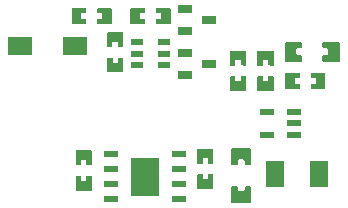
<source format=gbp>
G04*
G04 #@! TF.GenerationSoftware,Altium Limited,Altium Designer,24.1.2 (44)*
G04*
G04 Layer_Color=128*
%FSTAX24Y24*%
%MOIN*%
G70*
G04*
G04 #@! TF.SameCoordinates,D42F5CEB-65A2-4495-9315-5EDE3D0C892D*
G04*
G04*
G04 #@! TF.FilePolarity,Positive*
G04*
G01*
G75*
%ADD68R,0.0806X0.0638*%
%ADD69R,0.0456X0.0193*%
%ADD70R,0.0463X0.0193*%
%ADD71R,0.0591X0.0906*%
%ADD72R,0.0492X0.0276*%
%ADD73R,0.0422X0.0209*%
%ADD74R,0.0472X0.0236*%
%ADD75R,0.0945X0.1299*%
G36*
X003258Y002165D02*
X003762D01*
X003782Y002185D01*
Y002637D01*
X003762Y002657D01*
X003601Y002659D01*
Y002482D01*
X003423D01*
Y002655D01*
X003258Y002657D01*
X003238Y002637D01*
Y002185D01*
X003258Y002165D01*
D02*
G37*
G36*
X003762Y003508D02*
X003258D01*
X003238Y003488D01*
Y003035D01*
X003258Y003015D01*
X003419Y003013D01*
Y003191D01*
X003597D01*
Y003017D01*
X003762Y003015D01*
X003782Y003035D01*
Y003488D01*
X003762Y003508D01*
D02*
G37*
G36*
X007308Y002217D02*
X007812D01*
X007832Y002237D01*
Y002689D01*
X007812Y002709D01*
X007651Y002711D01*
Y002534D01*
X007473D01*
Y002707D01*
X007308Y002709D01*
X007288Y002689D01*
Y002237D01*
X007308Y002217D01*
D02*
G37*
G36*
Y003063D02*
X007473Y003063D01*
Y003239D01*
X007651D01*
Y003065D01*
X007812Y003063D01*
X007832Y003083D01*
Y003536D01*
X007812Y003556D01*
X007308D01*
X007288Y003536D01*
Y003083D01*
X007308Y003063D01*
D02*
G37*
G36*
X004308Y006105D02*
X004812D01*
X004832Y006125D01*
Y006577D01*
X004812Y006597D01*
X004651Y006599D01*
Y006422D01*
X004473D01*
Y006595D01*
X004308Y006597D01*
X004288Y006577D01*
Y006125D01*
X004308Y006105D01*
D02*
G37*
G36*
X003599Y007728D02*
X003599Y007893D01*
X003424D01*
Y008071D01*
X003597D01*
X003599Y008232D01*
X003579Y008252D01*
X003127D01*
X003107Y008232D01*
Y007728D01*
X003127Y007708D01*
X003579D01*
X003599Y007728D01*
D02*
G37*
G36*
X004446D02*
Y008232D01*
X004426Y008252D01*
X003973D01*
X003953Y008232D01*
X003951Y008071D01*
X004129D01*
Y007893D01*
X003955D01*
X003953Y007728D01*
X003973Y007708D01*
X004426D01*
X004446Y007728D01*
D02*
G37*
G36*
X004812Y007448D02*
X004308D01*
X004288Y007428D01*
Y006975D01*
X004308Y006955D01*
X004469Y006953D01*
Y007131D01*
X004647D01*
Y006957D01*
X004812Y006955D01*
X004832Y006975D01*
Y007428D01*
X004812Y007448D01*
D02*
G37*
G36*
X005559Y007728D02*
X005559Y007893D01*
X005384D01*
Y008071D01*
X005557D01*
X005559Y008232D01*
X005539Y008252D01*
X005087D01*
X005067Y008232D01*
Y007728D01*
X005087Y007708D01*
X005539D01*
X005559Y007728D01*
D02*
G37*
G36*
X006406D02*
Y008232D01*
X006386Y008252D01*
X005933D01*
X005913Y008232D01*
X005911Y008071D01*
X006089D01*
Y007893D01*
X005915D01*
X005913Y007728D01*
X005933Y007708D01*
X006386D01*
X006406Y007728D01*
D02*
G37*
G36*
X012052Y007091D02*
Y006489D01*
X012013Y00645D01*
X011507D01*
X011468Y006489D01*
Y006635D01*
X011507Y006674D01*
X011627D01*
X011666Y006714D01*
Y006866D01*
X011627Y006906D01*
X011507D01*
X011468Y006945D01*
Y007091D01*
X011507Y00713D01*
X012013D01*
X012052Y007091D01*
D02*
G37*
G36*
X010798D02*
Y006945D01*
X010759Y006906D01*
X010639D01*
X0106Y006866D01*
Y006714D01*
X010639Y006674D01*
X010759D01*
X010798Y006635D01*
Y006489D01*
X010759Y00645D01*
X010253D01*
X010214Y006489D01*
Y007091D01*
X010253Y00713D01*
X010759D01*
X010798Y007091D01*
D02*
G37*
G36*
X008932Y006804D02*
Y006351D01*
X008912Y006331D01*
X008747Y006333D01*
Y006506D01*
X008569D01*
Y006329D01*
X008408Y006331D01*
X008388Y006351D01*
Y006804D01*
X008408Y006823D01*
X008912D01*
X008932Y006804D01*
D02*
G37*
G36*
X009843Y006804D02*
Y006351D01*
X009823Y006331D01*
X009661Y006333D01*
Y006506D01*
X009484D01*
Y006331D01*
X009319Y006331D01*
X009299Y006351D01*
Y006804D01*
X009319Y006823D01*
X009823D01*
X009843Y006804D01*
D02*
G37*
G36*
X009823Y005977D02*
X009843Y005957D01*
Y005504D01*
X009823Y005485D01*
X009319D01*
X009299Y005504D01*
Y005957D01*
X009319Y005977D01*
X009484Y005975D01*
Y005802D01*
X009661D01*
Y005979D01*
X009823Y005977D01*
D02*
G37*
G36*
X008932Y005957D02*
Y005504D01*
X008912Y005485D01*
X008408D01*
X008388Y005504D01*
Y005957D01*
X008408Y005977D01*
X008569Y005975D01*
Y005802D01*
X008747D01*
Y005977D01*
X008912Y005977D01*
X008932Y005957D01*
D02*
G37*
G36*
X010715Y006068D02*
X010713Y005903D01*
X010539D01*
Y005726D01*
X010717D01*
X010715Y005564D01*
X010695Y005545D01*
X010242D01*
X010222Y005564D01*
Y006068D01*
X010242Y006088D01*
X010695D01*
X010715Y006068D01*
D02*
G37*
G36*
X011565Y006068D02*
Y005564D01*
X011545Y005545D01*
X011093D01*
X011073Y005564D01*
X011075Y00573D01*
X011248D01*
Y005907D01*
X011071D01*
X011073Y006068D01*
X011093Y006088D01*
X011545D01*
X011565Y006068D01*
D02*
G37*
G36*
X0091Y003547D02*
Y003041D01*
X009061Y003002D01*
X008915D01*
X008876Y003041D01*
Y003161D01*
X008836Y0032D01*
X008684D01*
X008644Y003161D01*
Y003041D01*
X008605Y003002D01*
X008459D01*
X00842Y003041D01*
Y003547D01*
X008459Y003586D01*
X009061D01*
X0091Y003547D01*
D02*
G37*
G36*
Y002293D02*
Y001787D01*
X009061Y001748D01*
X008459D01*
X00842Y001787D01*
Y002293D01*
X008459Y002332D01*
X008605D01*
X008644Y002293D01*
Y002173D01*
X008684Y002134D01*
X008836D01*
X008876Y002173D01*
Y002293D01*
X008915Y002332D01*
X009061D01*
X0091Y002293D01*
D02*
G37*
D68*
X003214Y006973D02*
D03*
X0014Y00698D02*
D03*
D69*
X01052Y004774D02*
D03*
Y0044D02*
D03*
Y004026D02*
D03*
D70*
X009612D02*
D03*
Y004774D02*
D03*
D71*
X009893Y00271D02*
D03*
X01135D02*
D03*
D72*
X00768Y00784D02*
D03*
X006893Y008214D02*
D03*
Y007466D02*
D03*
X00768Y00639D02*
D03*
X006893Y006764D02*
D03*
Y006016D02*
D03*
D73*
X00619Y007104D02*
D03*
Y00673D02*
D03*
Y006356D02*
D03*
X005285D02*
D03*
Y00673D02*
D03*
Y007104D02*
D03*
D74*
X0067Y00338D02*
D03*
Y00288D02*
D03*
Y00238D02*
D03*
Y00188D02*
D03*
X00441D02*
D03*
Y00238D02*
D03*
Y00288D02*
D03*
Y00338D02*
D03*
D75*
X005555Y00263D02*
D03*
M02*

</source>
